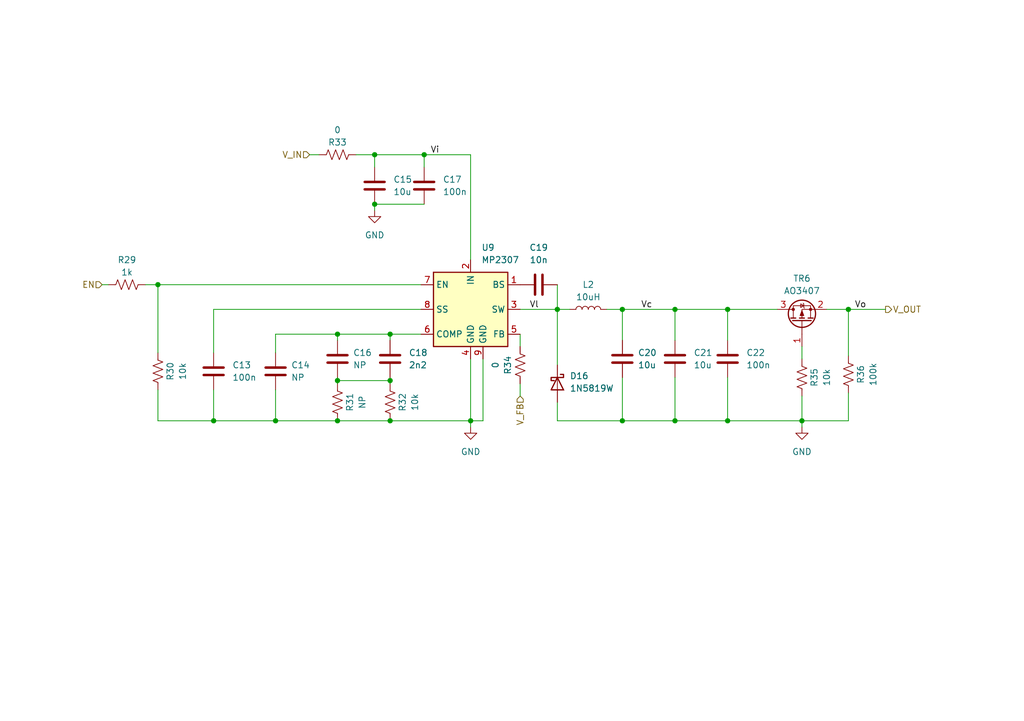
<source format=kicad_sch>
(kicad_sch (version 20231120) (generator "eeschema") (generator_version "8.0")
  (paper "A5")
  (lib_symbols
    (symbol "AniSignage:MP2307"
      (property "Reference" "U1" (at 2.1941 12.7 0))
      (property "Value" "MP2307" (at 2.1941 10.16 0))
      (symbol "MP2307_0_1"
        (rectangle (start -7.62 7.62) (end 7.62 -7.62) (stroke (width 0.254)) (fill (type background)))
      )
      (symbol "MP2307_1_1"
        (pin passive line (at 10.16 5.08 180) (length 2.54) (name "BS") (number "1"))
        (pin power_in line (at 0 10.16 270) (length 2.54) (name "IN") (number "2"))
        (pin output line (at 10.16 0 180) (length 2.54) (name "SW") (number "3"))
        (pin power_in line (at 0 -10.16 90) (length 2.54) (name "GND") (number "4"))
        (pin input line (at 10.16 -5.08 180) (length 2.54) (name "FB") (number "5"))
        (pin passive line (at -10.16 -5.08 0) (length 2.54) (name "COMP") (number "6"))
        (pin input line (at -10.16 5.08 0) (length 2.54) (name "EN") (number "7"))
        (pin input line (at -10.16 0 0) (length 2.54) (name "SS") (number "8"))
        (pin power_in line (at 2.54 -10.16 90) (length 2.54) (name "GND") (number "9"))
      )
    )
    (symbol "Device:C" (pin_numbers hide) (pin_names (offset 0.254))
      (property "Reference" "C" (at 0.635 2.54 0))
      (property "Value" "C" (at 0.635 -2.54 0))
      (symbol "C_0_1"
        (polyline (pts (xy -2.032 -0.762) (xy 2.032 -0.762)) (stroke (width 0.508)))
        (polyline (pts (xy -2.032 0.762) (xy 2.032 0.762)) (stroke (width 0.508)))
      )
      (symbol "C_1_1"
        (pin passive line (at 0 3.81 270) (length 2.794) (name "~") (number "1"))
        (pin passive line (at 0 -3.81 90) (length 2.794) (name "~") (number "2"))
      )
    )
    (symbol "Device:D_Schottky" (pin_numbers hide) (pin_names (offset 1.016) hide)
      (property "Reference" "D" (at 0 2.54 0))
      (property "Value" "D_Schottky" (at 0 -2.54 0))
      (symbol "D_Schottky_0_1"
        (polyline (pts (xy 1.27 0) (xy -1.27 0)))
        (polyline (pts (xy 1.27 1.27) (xy 1.27 -1.27) (xy -1.27 0) (xy 1.27 1.27)) (stroke (width 0.254)))
        (polyline (pts (xy -1.905 0.635) (xy -1.905 1.27) (xy -1.27 1.27) (xy -1.27 -1.27) (xy -0.635 -1.27) (xy -0.635 -0.635)) (stroke (width 0.254)))
      )
      (symbol "D_Schottky_1_1"
        (pin passive line (at -3.81 0 0) (length 2.54) (name "K") (number "1"))
        (pin passive line (at 3.81 0 180) (length 2.54) (name "A") (number "2"))
      )
    )
    (symbol "Device:L" (pin_numbers hide) (pin_names (offset 1.016) hide)
      (property "Reference" "L" (at -1.27 0 90))
      (property "Value" "L" (at 1.905 0 90))
      (symbol "L_0_1"
        (arc (start 0 -2.54) (mid 0.6323 -1.905) (end 0 -1.27))
        (arc (start 0 -1.27) (mid 0.6323 -0.635) (end 0 0))
        (arc (start 0 0) (mid 0.6323 0.635) (end 0 1.27))
        (arc (start 0 1.27) (mid 0.6323 1.905) (end 0 2.54))
      )
      (symbol "L_1_1"
        (pin passive line (at 0 3.81 270) (length 1.27) (name "1") (number "1"))
        (pin passive line (at 0 -3.81 90) (length 1.27) (name "2") (number "2"))
      )
    )
    (symbol "Device:Q_PMOS_GSD" (pin_names (offset 0) hide)
      (property "Reference" "Q" (at 5.08 1.27 0))
      (property "Value" "Q_PMOS_GSD" (at 5.08 -1.27 0))
      (symbol "Q_PMOS_GSD_0_1"
        (polyline (pts (xy 0.254 0) (xy -2.54 0)))
        (polyline (pts (xy 0.254 1.905) (xy 0.254 -1.905)) (stroke (width 0.254)))
        (polyline (pts (xy 0.762 -1.27) (xy 0.762 -2.286)) (stroke (width 0.254)))
        (polyline (pts (xy 0.762 0.508) (xy 0.762 -0.508)) (stroke (width 0.254)))
        (polyline (pts (xy 0.762 2.286) (xy 0.762 1.27)) (stroke (width 0.254)))
        (polyline (pts (xy 2.54 2.54) (xy 2.54 1.778)))
        (polyline (pts (xy 2.54 -2.54) (xy 2.54 0) (xy 0.762 0)))
        (polyline (pts (xy 0.762 1.778) (xy 3.302 1.778) (xy 3.302 -1.778) (xy 0.762 -1.778)))
        (polyline (pts (xy 2.286 0) (xy 1.27 0.381) (xy 1.27 -0.381) (xy 2.286 0)) (fill (type outline)))
        (polyline (pts (xy 2.794 -0.508) (xy 2.921 -0.381) (xy 3.683 -0.381) (xy 3.81 -0.254)))
        (polyline (pts (xy 3.302 -0.381) (xy 2.921 0.254) (xy 3.683 0.254) (xy 3.302 -0.381)))
        (circle (center 1.651 0) (radius 2.794) (stroke (width 0.254)))
        (circle (center 2.54 -1.778) (radius 0.254) (fill (type outline)))
        (circle (center 2.54 1.778) (radius 0.254) (fill (type outline)))
      )
      (symbol "Q_PMOS_GSD_1_1"
        (pin input line (at -5.08 0 0) (length 2.54) (name "G") (number "1"))
        (pin passive line (at 2.54 -5.08 90) (length 2.54) (name "S") (number "2"))
        (pin passive line (at 2.54 5.08 270) (length 2.54) (name "D") (number "3"))
      )
    )
    (symbol "Device:R_US" (pin_numbers hide) (pin_names (offset 0))
      (property "Reference" "R" (at 2.54 0 90))
      (property "Value" "R_US" (at -2.54 0 90))
      (symbol "R_US_0_1"
        (polyline (pts (xy 0 -2.286) (xy 0 -2.54)))
        (polyline (pts (xy 0 2.286) (xy 0 2.54)))
        (polyline (pts (xy 0 -0.762) (xy 1.016 -1.143) (xy 0 -1.524) (xy -1.016 -1.905) (xy 0 -2.286)))
        (polyline (pts (xy 0 0.762) (xy 1.016 0.381) (xy 0 0) (xy -1.016 -0.381) (xy 0 -0.762)))
        (polyline (pts (xy 0 2.286) (xy 1.016 1.905) (xy 0 1.524) (xy -1.016 1.143) (xy 0 0.762)))
      )
      (symbol "R_US_1_1"
        (pin passive line (at 0 3.81 270) (length 1.27) (name "~") (number "1"))
        (pin passive line (at 0 -3.81 90) (length 1.27) (name "~") (number "2"))
      )
    )
    (symbol "power:GND" (power) (pin_names (offset 0))
      (property "Value" "GND" (at 0 -3.81 0))
      (symbol "GND_0_1"
        (polyline (pts (xy 0 0) (xy 0 -1.27) (xy 1.27 -1.27) (xy 0 -2.54) (xy -1.27 -1.27) (xy 0 -1.27)))
      )
      (symbol "GND_1_1"
        (pin power_in line (at 0 0 270) (length 0) hide (name "GND") (number "1"))
      )
    )
  )
  (junction (at 86.995 31.75))
  (junction (at 32.385 58.42))
  (junction (at 76.835 41.91))
  (junction (at 114.3 63.5))
  (junction (at 80.01 68.58))
  (junction (at 96.52 86.36))
  (junction (at 76.835 31.75))
  (junction (at 69.215 86.36))
  (junction (at 43.815 86.36))
  (junction (at 164.465 86.36))
  (junction (at 127.635 63.5))
  (junction (at 173.99 63.5))
  (junction (at 127.635 86.36))
  (junction (at 80.01 86.36))
  (junction (at 138.43 63.5))
  (junction (at 56.515 86.36))
  (junction (at 149.225 63.5))
  (junction (at 149.225 86.36))
  (junction (at 69.215 68.58))
  (junction (at 69.215 78.105))
  (junction (at 80.01 78.105))
  (junction (at 138.43 86.36))
  (wire (pts (xy 114.3 63.5) (xy 114.3 74.93)))
  (wire (pts (xy 69.215 78.105) (xy 80.01 78.105)))
  (wire (pts (xy 99.06 73.66) (xy 99.06 86.36)))
  (wire (pts (xy 80.01 68.58) (xy 80.01 69.85)))
  (wire (pts (xy 43.815 63.5) (xy 86.36 63.5)))
  (wire (pts (xy 69.215 68.58) (xy 69.215 69.85)))
  (wire (pts (xy 149.225 63.5) (xy 159.385 63.5)))
  (wire (pts (xy 149.225 86.36) (xy 164.465 86.36)))
  (wire (pts (xy 32.385 80.01) (xy 32.385 86.36)))
  (wire (pts (xy 20.955 58.42) (xy 22.225 58.42)))
  (wire (pts (xy 43.815 86.36) (xy 56.515 86.36)))
  (wire (pts (xy 80.01 78.105) (xy 80.01 77.47)))
  (wire (pts (xy 164.465 73.66) (xy 164.465 71.12)))
  (wire (pts (xy 86.36 68.58) (xy 80.01 68.58)))
  (wire (pts (xy 86.36 58.42) (xy 32.385 58.42)))
  (wire (pts (xy 56.515 86.36) (xy 69.215 86.36)))
  (wire (pts (xy 80.01 78.74) (xy 80.01 78.105)))
  (wire (pts (xy 56.515 80.01) (xy 56.515 86.36)))
  (wire (pts (xy 56.515 68.58) (xy 69.215 68.58)))
  (wire (pts (xy 56.515 68.58) (xy 56.515 72.39)))
  (wire (pts (xy 76.835 31.75) (xy 86.995 31.75)))
  (wire (pts (xy 149.225 77.47) (xy 149.225 86.36)))
  (wire (pts (xy 43.815 80.01) (xy 43.815 86.36)))
  (wire (pts (xy 96.52 86.36) (xy 96.52 87.63)))
  (wire (pts (xy 114.3 63.5) (xy 116.84 63.5)))
  (wire (pts (xy 69.215 78.74) (xy 69.215 78.105)))
  (wire (pts (xy 32.385 86.36) (xy 43.815 86.36)))
  (wire (pts (xy 173.99 63.5) (xy 169.545 63.5)))
  (wire (pts (xy 127.635 77.47) (xy 127.635 86.36)))
  (wire (pts (xy 106.68 78.74) (xy 106.68 81.28)))
  (wire (pts (xy 32.385 58.42) (xy 29.845 58.42)))
  (wire (pts (xy 138.43 77.47) (xy 138.43 86.36)))
  (wire (pts (xy 114.3 82.55) (xy 114.3 86.36)))
  (wire (pts (xy 63.5 31.75) (xy 65.405 31.75)))
  (wire (pts (xy 164.465 81.28) (xy 164.465 86.36)))
  (wire (pts (xy 99.06 86.36) (xy 96.52 86.36)))
  (wire (pts (xy 96.52 31.75) (xy 96.52 53.34)))
  (wire (pts (xy 138.43 63.5) (xy 149.225 63.5)))
  (wire (pts (xy 173.99 80.645) (xy 173.99 86.36)))
  (wire (pts (xy 80.01 86.36) (xy 96.52 86.36)))
  (wire (pts (xy 32.385 58.42) (xy 32.385 72.39)))
  (wire (pts (xy 96.52 73.66) (xy 96.52 86.36)))
  (wire (pts (xy 164.465 86.36) (xy 173.99 86.36)))
  (wire (pts (xy 138.43 63.5) (xy 138.43 69.85)))
  (wire (pts (xy 76.835 31.75) (xy 76.835 34.29)))
  (wire (pts (xy 76.835 41.91) (xy 86.995 41.91)))
  (wire (pts (xy 181.61 63.5) (xy 173.99 63.5)))
  (wire (pts (xy 114.3 86.36) (xy 127.635 86.36)))
  (wire (pts (xy 127.635 63.5) (xy 127.635 69.85)))
  (wire (pts (xy 173.99 63.5) (xy 173.99 73.025)))
  (wire (pts (xy 114.3 58.42) (xy 114.3 63.5)))
  (wire (pts (xy 138.43 86.36) (xy 149.225 86.36)))
  (wire (pts (xy 127.635 86.36) (xy 138.43 86.36)))
  (wire (pts (xy 106.68 71.12) (xy 106.68 68.58)))
  (wire (pts (xy 86.995 31.75) (xy 96.52 31.75)))
  (wire (pts (xy 43.815 72.39) (xy 43.815 63.5)))
  (wire (pts (xy 124.46 63.5) (xy 127.635 63.5)))
  (wire (pts (xy 69.215 78.105) (xy 69.215 77.47)))
  (wire (pts (xy 76.835 41.91) (xy 76.835 43.18)))
  (wire (pts (xy 73.025 31.75) (xy 76.835 31.75)))
  (wire (pts (xy 69.215 86.36) (xy 80.01 86.36)))
  (wire (pts (xy 164.465 86.36) (xy 164.465 87.63)))
  (wire (pts (xy 106.68 63.5) (xy 114.3 63.5)))
  (wire (pts (xy 149.225 63.5) (xy 149.225 69.85)))
  (wire (pts (xy 127.635 63.5) (xy 138.43 63.5)))
  (wire (pts (xy 69.215 68.58) (xy 80.01 68.58)))
  (wire (pts (xy 86.995 31.75) (xy 86.995 34.29)))
  (label "Vi" (at 88.265 31.75 0))
  (label "Vo" (at 175.26 63.5 0))
  (label "Vc" (at 131.445 63.5 0))
  (label "Vl" (at 108.585 63.5 0))
  (hierarchical_label "EN" (shape input) (at 20.955 58.42 180))
  (hierarchical_label "V_FB" (shape input) (at 106.68 81.28 270))
  (hierarchical_label "V_OUT" (shape output) (at 181.61 63.5 0))
  (hierarchical_label "V_IN" (shape input) (at 63.5 31.75 180))
  (symbol (lib_id "Device:C") (at 138.43 73.66 0) (unit 1)
    (property "Reference" "C21" (at 142.24 72.39 0) (effects (justify left)))
    (property "Value" "10u" (at 142.24 74.93 0) (effects (justify left)))
    (property "Footprint" "Capacitor_SMD:C_1206_3216Metric" (effects (hide yes)))
    (instances (project "AniSignage v2" (path "" (reference "C21") (unit 1)) (path "" (reference "C31") (unit 1)) (path "" (reference "C41") (unit 1)) (path "" (reference "C51") (unit 1)) (path "" (reference "C61") (unit 1))))
  )
  (symbol (lib_id "Device:R_US") (at 26.035 58.42 270) (unit 1)
    (property "Reference" "R29" (at 26.035 53.34 90))
    (property "Value" "1k" (at 26.035 55.88 90))
    (property "Footprint" "Resistor_SMD:R_0603_1608Metric" (effects (hide yes)))
    (instances (project "AniSignage v2" (path "" (reference "R29") (unit 1)) (path "" (reference "R45") (unit 1)) (path "" (reference "R61") (unit 1)) (path "" (reference "R37") (unit 1)) (path "" (reference "R53") (unit 1))))
  )
  (symbol (lib_id "Device:C") (at 149.225 73.66 0) (unit 1)
    (property "Reference" "C22" (at 153.035 72.39 0) (effects (justify left)))
    (property "Value" "100n" (at 153.035 74.93 0) (effects (justify left)))
    (property "Footprint" "Capacitor_SMD:C_0603_1608Metric" (effects (hide yes)))
    (instances (project "AniSignage v2" (path "" (reference "C22") (unit 1)) (path "" (reference "C32") (unit 1)) (path "" (reference "C42") (unit 1)) (path "" (reference "C52") (unit 1)) (path "" (reference "C62") (unit 1))))
  )
  (symbol (lib_id "Device:L") (at 120.65 63.5 90) (unit 1)
    (property "Reference" "L2" (at 120.65 58.42 90))
    (property "Value" "10uH" (at 120.65 60.96 90))
    (property "Footprint" "Inductor_SMD:L_Neosid_SM-NE127_HandSoldering" (effects (hide yes)))
    (instances (project "AniSignage v2" (path "" (reference "L2") (unit 1)) (path "" (reference "L3") (unit 1)) (path "" (reference "L4") (unit 1)) (path "" (reference "L5") (unit 1)) (path "" (reference "L6") (unit 1))))
  )
  (symbol (lib_id "Device:C") (at 86.995 38.1 0) (unit 1)
    (property "Reference" "C17" (at 90.805 36.83 0) (effects (justify left)))
    (property "Value" "100n" (at 90.805 39.37 0) (effects (justify left)))
    (property "Footprint" "Capacitor_SMD:C_0603_1608Metric" (effects (hide yes)))
    (instances (project "AniSignage v2" (path "" (reference "C17") (unit 1)) (path "" (reference "C27") (unit 1)) (path "" (reference "C37") (unit 1)) (path "" (reference "C47") (unit 1)) (path "" (reference "C57") (unit 1))))
  )
  (symbol (lib_id "Device:D_Schottky") (at 114.3 78.74 270) (unit 1)
    (property "Reference" "D16" (at 116.84 77.1525 90) (effects (justify left)))
    (property "Value" "1N5819W" (at 116.84 79.6925 90) (effects (justify left)))
    (property "Footprint" "Diode_SMD:D_SOD-123F" (effects (hide yes)))
    (instances (project "AniSignage v2" (path "" (reference "D16") (unit 1)) (path "" (reference "D17") (unit 1)) (path "" (reference "D18") (unit 1)) (path "" (reference "D19") (unit 1)) (path "" (reference "D20") (unit 1))))
  )
  (symbol (lib_id "Device:C") (at 69.215 73.66 0) (unit 1)
    (property "Reference" "C16" (at 72.39 72.39 0) (effects (justify left)))
    (property "Value" "NP" (at 72.39 74.93 0) (effects (justify left)))
    (property "Footprint" "Capacitor_SMD:C_0603_1608Metric" (effects (hide yes)))
    (instances (project "AniSignage v2" (path "" (reference "C16") (unit 1)) (path "" (reference "C26") (unit 1)) (path "" (reference "C36") (unit 1)) (path "" (reference "C46") (unit 1)) (path "" (reference "C56") (unit 1))))
  )
  (symbol (lib_id "Device:C") (at 127.635 73.66 0) (unit 1)
    (property "Reference" "C20" (at 130.81 72.39 0) (effects (justify left)))
    (property "Value" "10u" (at 130.81 74.93 0) (effects (justify left)))
    (property "Footprint" "Capacitor_SMD:C_1206_3216Metric" (effects (hide yes)))
    (instances (project "AniSignage v2" (path "" (reference "C20") (unit 1)) (path "" (reference "C30") (unit 1)) (path "" (reference "C40") (unit 1)) (path "" (reference "C50") (unit 1)) (path "" (reference "C60") (unit 1))))
  )
  (symbol (lib_id "Device:R_US") (at 164.465 77.47 180) (unit 1)
    (property "Reference" "R35" (at 167.005 77.47 90))
    (property "Value" "10k" (at 169.545 77.47 90))
    (property "Footprint" "Resistor_SMD:R_0603_1608Metric" (effects (hide yes)))
    (instances (project "AniSignage v2" (path "" (reference "R35") (unit 1)) (path "" (reference "R43") (unit 1)) (path "" (reference "R51") (unit 1)) (path "" (reference "R59") (unit 1)) (path "" (reference "R67") (unit 1))))
  )
  (symbol (lib_id "Device:R_US") (at 106.68 74.93 0) (unit 1)
    (property "Reference" "R34" (at 104.14 74.93 90))
    (property "Value" "0" (at 101.6 74.93 90))
    (property "Footprint" "Resistor_SMD:R_0603_1608Metric" (effects (hide yes)))
    (instances (project "AniSignage v2" (path "" (reference "R34") (unit 1)) (path "" (reference "R42") (unit 1)) (path "" (reference "R50") (unit 1)) (path "" (reference "R58") (unit 1)) (path "" (reference "R66") (unit 1))))
  )
  (symbol (lib_id "Device:C") (at 43.815 76.2 0) (unit 1)
    (property "Reference" "C13" (at 47.625 74.93 0) (effects (justify left)))
    (property "Value" "100n" (at 47.625 77.47 0) (effects (justify left)))
    (property "Footprint" "Capacitor_SMD:C_0603_1608Metric" (effects (hide yes)))
    (instances (project "AniSignage v2" (path "" (reference "C13") (unit 1)) (path "" (reference "C23") (unit 1)) (path "" (reference "C33") (unit 1)) (path "" (reference "C43") (unit 1)) (path "" (reference "C53") (unit 1))))
  )
  (symbol (lib_id "power:GND") (at 76.835 43.18 0) (unit 1)
    (property "Reference" "#PWR018" (effects (hide yes)))
    (property "Value" "GND" (at 76.835 48.26 0))
    (instances (project "AniSignage v2" (path "" (reference "#PWR018") (unit 1)) (path "" (reference "#PWR021") (unit 1)) (path "" (reference "#PWR024") (unit 1)) (path "" (reference "#PWR027") (unit 1)) (path "" (reference "#PWR030") (unit 1))))
  )
  (symbol (lib_id "Device:R_US") (at 69.215 82.55 180) (unit 1)
    (property "Reference" "R31" (at 71.755 82.55 90))
    (property "Value" "NP" (at 74.295 82.55 90))
    (property "Footprint" "Resistor_SMD:R_0603_1608Metric" (effects (hide yes)))
    (instances (project "AniSignage v2" (path "" (reference "R31") (unit 1)) (path "" (reference "R39") (unit 1)) (path "" (reference "R47") (unit 1)) (path "" (reference "R55") (unit 1)) (path "" (reference "R63") (unit 1))))
  )
  (symbol (lib_id "Device:C") (at 80.01 73.66 0) (unit 1)
    (property "Reference" "C18" (at 83.82 72.39 0) (effects (justify left)))
    (property "Value" "2n2" (at 83.82 74.93 0) (effects (justify left)))
    (property "Footprint" "Capacitor_SMD:C_0603_1608Metric" (effects (hide yes)))
    (instances (project "AniSignage v2" (path "" (reference "C18") (unit 1)) (path "" (reference "C28") (unit 1)) (path "" (reference "C38") (unit 1)) (path "" (reference "C48") (unit 1)) (path "" (reference "C58") (unit 1))))
  )
  (symbol (lib_id "power:GND") (at 96.52 87.63 0) (unit 1)
    (property "Reference" "#PWR019" (effects (hide yes)))
    (property "Value" "GND" (at 96.52 92.71 0))
    (instances (project "AniSignage v2" (path "" (reference "#PWR019") (unit 1)) (path "" (reference "#PWR022") (unit 1)) (path "" (reference "#PWR025") (unit 1)) (path "" (reference "#PWR028") (unit 1)) (path "" (reference "#PWR031") (unit 1))))
  )
  (symbol (lib_id "Device:Q_PMOS_GSD") (at 164.465 66.04 90) (unit 1)
    (property "Reference" "TR6" (at 164.465 57.15 90))
    (property "Value" "AO3407" (at 164.465 59.69 90))
    (property "Footprint" "Package_TO_SOT_SMD:SOT-23" (effects (hide yes)))
    (property "Sim.Device" "PMOS" (effects (hide yes)))
    (property "Sim.Type" "VDMOS" (effects (hide yes)))
    (property "Sim.Pins" "1=D 2=G 3=S" (effects (hide yes)))
    (instances (project "AniSignage v2" (path "" (reference "TR6") (unit 1)) (path "" (reference "TR8") (unit 1)) (path "" (reference "TR10") (unit 1)) (path "" (reference "TR7") (unit 1)) (path "" (reference "TR9") (unit 1))))
  )
  (symbol (lib_id "AniSignage:MP2307") (at 96.52 63.5 0) (unit 1)
    (property "Reference" "U9" (at 98.7141 50.8 0) (effects (justify left)))
    (property "Value" "MP2307" (at 98.7141 53.34 0) (effects (justify left)))
    (property "Footprint" "Package_SO:SOIC-8-1EP_3.9x4.9mm_P1.27mm_EP2.62x3.51mm" (effects (hide yes)))
    (property "Datasheet" "https://www.monolithicpower.cn/cn/documentview/productdocument/index/version/2/document_type/Datasheet/lang/en/sku/MP2307/document_id/503" (effects (hide yes)))
    (instances (project "AniSignage v2" (path "" (reference "U9") (unit 1)) (path "" (reference "U11") (unit 1)) (path "" (reference "U13") (unit 1)) (path "" (reference "U10") (unit 1)) (path "" (reference "U12") (unit 1))))
  )
  (symbol (lib_id "power:GND") (at 164.465 87.63 0) (unit 1)
    (property "Reference" "#PWR020" (effects (hide yes)))
    (property "Value" "GND" (at 164.465 92.71 0))
    (instances (project "AniSignage v2" (path "" (reference "#PWR020") (unit 1)) (path "" (reference "#PWR023") (unit 1)) (path "" (reference "#PWR026") (unit 1)) (path "" (reference "#PWR029") (unit 1)) (path "" (reference "#PWR032") (unit 1))))
  )
  (symbol (lib_id "Device:R_US") (at 80.01 82.55 180) (unit 1)
    (property "Reference" "R32" (at 82.55 82.55 90))
    (property "Value" "10k" (at 85.09 82.55 90))
    (property "Footprint" "Resistor_SMD:R_0603_1608Metric" (effects (hide yes)))
    (instances (project "AniSignage v2" (path "" (reference "R32") (unit 1)) (path "" (reference "R40") (unit 1)) (path "" (reference "R48") (unit 1)) (path "" (reference "R56") (unit 1)) (path "" (reference "R64") (unit 1))))
  )
  (symbol (lib_id "Device:C") (at 110.49 58.42 90) (unit 1)
    (property "Reference" "C19" (at 110.49 50.8 90))
    (property "Value" "10n" (at 110.49 53.34 90))
    (property "Footprint" "Capacitor_SMD:C_0603_1608Metric" (effects (hide yes)))
    (instances (project "AniSignage v2" (path "" (reference "C19") (unit 1)) (path "" (reference "C29") (unit 1)) (path "" (reference "C39") (unit 1)) (path "" (reference "C49") (unit 1)) (path "" (reference "C59") (unit 1))))
  )
  (symbol (lib_id "Device:C") (at 56.515 76.2 0) (unit 1)
    (property "Reference" "C14" (at 59.69 74.93 0) (effects (justify left)))
    (property "Value" "NP" (at 59.69 77.47 0) (effects (justify left)))
    (property "Footprint" "Capacitor_SMD:C_0603_1608Metric" (effects (hide yes)))
    (instances (project "AniSignage v2" (path "" (reference "C14") (unit 1)) (path "" (reference "C24") (unit 1)) (path "" (reference "C34") (unit 1)) (path "" (reference "C44") (unit 1)) (path "" (reference "C54") (unit 1))))
  )
  (symbol (lib_id "Device:C") (at 76.835 38.1 0) (unit 1)
    (property "Reference" "C15" (at 80.645 36.83 0) (effects (justify left)))
    (property "Value" "10u" (at 80.645 39.37 0) (effects (justify left)))
    (property "Footprint" "Capacitor_SMD:C_1206_3216Metric" (effects (hide yes)))
    (instances (project "AniSignage v2" (path "" (reference "C15") (unit 1)) (path "" (reference "C25") (unit 1)) (path "" (reference "C35") (unit 1)) (path "" (reference "C45") (unit 1)) (path "" (reference "C55") (unit 1))))
  )
  (symbol (lib_id "Device:R_US") (at 32.385 76.2 180) (unit 1)
    (property "Reference" "R30" (at 34.925 76.2 90))
    (property "Value" "10k" (at 37.465 76.2 90))
    (property "Footprint" "Resistor_SMD:R_0603_1608Metric" (effects (hide yes)))
    (instances (project "AniSignage v2" (path "" (reference "R30") (unit 1)) (path "" (reference "R46") (unit 1)) (path "" (reference "R62") (unit 1)) (path "" (reference "R38") (unit 1)) (path "" (reference "R54") (unit 1))))
  )
  (symbol (lib_id "Device:R_US") (at 69.215 31.75 270) (unit 1)
    (property "Reference" "R33" (at 69.215 29.21 90))
    (property "Value" "0" (at 69.215 26.67 90))
    (property "Footprint" "Resistor_SMD:R_0603_1608Metric" (effects (hide yes)))
    (instances (project "AniSignage v2" (path "" (reference "R33") (unit 1)) (path "" (reference "R41") (unit 1)) (path "" (reference "R49") (unit 1)) (path "" (reference "R57") (unit 1)) (path "" (reference "R65") (unit 1))))
  )
  (symbol (lib_id "Device:R_US") (at 173.99 76.835 180) (unit 1)
    (property "Reference" "R36" (at 176.53 76.835 90))
    (property "Value" "100k" (at 179.07 76.835 90))
    (property "Footprint" "Resistor_SMD:R_0603_1608Metric" (effects (hide yes)))
    (instances (project "AniSignage v2" (path "" (reference "R36") (unit 1)) (path "" (reference "R44") (unit 1)) (path "" (reference "R52") (unit 1)) (path "" (reference "R60") (unit 1)) (path "" (reference "R68") (unit 1))))
  )
)
</source>
